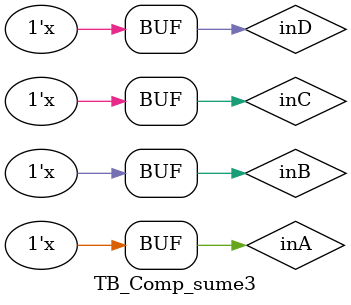
<source format=v>
`timescale 1ns / 1ps

module TB_Comp_sume3 (

    );

    // Inputs
    reg inA, inB, inC, inD;

    // Outputs
    wire [3:0] out;

    // Instantiate    
    Comp_sume3 UUT(
        .S(out),
        .inA(inA),
        .inB(inB),
        .inC(inC),
        .inD(inD)
    );

    // stimulus
    initial begin
        inA = 0;
        inB = 0;
        inC = 0;
        inD = 0;
    end

    always #20 inA = ~inA;
    always #40 inB = ~inB;
    always #60 inC = ~inC;
    always #80 inD = ~inD;
    
endmodule

</source>
